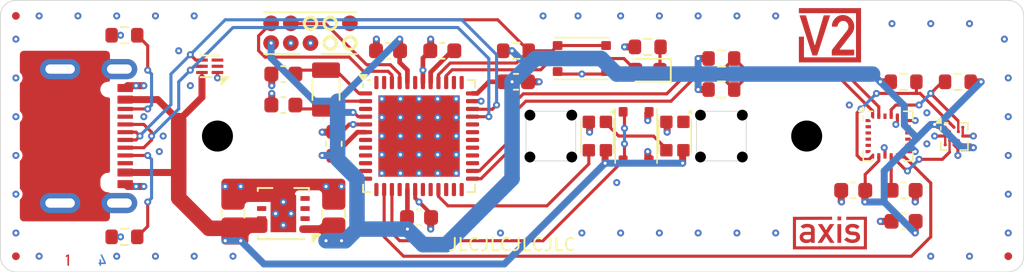
<source format=kicad_pcb>
(kicad_pcb (version 20241229) (generator "pcbnew") (generator_version "9.0")
  (title_block (date "2025-11-16") (rev "4"))
  (layers (0 "F.Cu" signal "Front") (4 "In1.Cu" power) (6 "In2.Cu" power) (2 "B.Cu" signal "Back") (13 "F.Paste" user) (5 "F.SilkS" user "F.Silkscreen") (1 "F.Mask" user) (3 "B.Mask" user) (25 "Edge.Cuts" user))
  (property "Order-Number" "JLCJLCJLCJLC")
  (net 0 "")
  (net 1 "GND")
  (net 2 "Net-(U104-VREG)")
  (net 3 "+3V3")
  (net 4 "/LED-onboard")
  (net 5 "Net-(D101-OUT)")
  (net 7 "Net-(D103-K)")
  (net 12 "USB-Shield")
  (net 17 "/Button-LED")
  (net 29 "/VDDCORE")
  (net 30 "/USB+")
  (net 33 "+5V")
  (net 34 "/XIN32")
  (net 35 "/USB-")
  (net 36 "/SWDIO")
  (net 37 "/XOUT32")
  (net 38 "/SWCLK")
  (net 41 "/USB-CC1")
  (net 42 "/RESET")
  (net 43 "/USB-CC2")
  (net 48 "/SDA")
  (net 56 "/SCK")
  (net 57 "/Aux-SDA")
  (net 58 "/Aux-SCK")
  (net 59 "/Button")
  (net 60 "/Interrupt")
  (net 61 "/MAG-Interrupt")
  (footprint "Resistor_SMD:R_0603_1608Metric" (layer "F.Cu") (at 125 112.75 180)
    (property "Reference" "R103" (hide yes))
    (property "Value" "5k1" (hide yes))
  )
  (footprint "V2_Button_Switch_SMD:SKSG" (layer "F.Cu") (at 158 106.25 -90)
    (property "Reference" "SW101" (hide yes))
    (property "Value" "SW_Push" (hide yes))
  )
  (footprint "Capacitor_SMD:C_0603_1608Metric" (layer "F.Cu") (at 175.25 109.75)
    (property "Reference" "C112" (hide yes))
    (property "Value" "0u47" (hide yes))
  )
  (footprint "V2_Mechanical:MountingHole_2mm" (layer "F.Cu") (at 169 106.25)
    (property "Reference" "H102" (hide yes))
    (property "Value" "MountingHole_2mm" (hide yes))
  )
  (footprint "Resistor_SMD:R_0603_1608Metric" (layer "F.Cu") (at 175.25 102.75)
    (property "Reference" "R108" (hide yes))
    (property "Value" "2k7" (hide yes))
  )
  (footprint "V2_Production:Layer_Numbers" (layer "F.Cu") (at 122.5 114.25)
    (property "Reference" "INFO101" (hide yes))
    (property "Value" "Layer_Numbers" (hide yes))
  )
  (footprint "V2_Connector_USB:JAE_DX07S016JA3" (layer "F.Cu") (at 122 106.25 -90)
    (property "Reference" "J102" (hide yes))
    (property "Value" "JAE_DX07S016JA3" (hide yes))
  )
  (footprint "V2_Fiducial:Fiducial_0.5mm_Mask1mm_Paste" (layer "F.Cu") (at 182 114)
    (property "Reference" "FID103" (hide yes))
    (property "Value" "Fiducial" (hide yes))
  )
  (footprint "V2_Package_SON:VSON-8-1_3x3mm_P0.65_EP1.65x2.4mm" (layer "F.Cu") (at 135.25 111.25 180)
    (property "Reference" "U101" (hide yes))
    (property "Value" "TPS78433QWDRBRQ1" (hide yes))
  )
  (footprint "Capacitor_SMD:C_0603_1608Metric" (layer "F.Cu") (at 135.25 104.25 180)
    (property "Reference" "C109" (hide yes))
    (property "Value" "18p" (hide yes))
  )
  (footprint "V2_LED:WS2812-2020" (layer "F.Cu") (at 155.5 106.25 90)
    (property "Reference" "D101" (hide yes))
    (property "Value" "WS2812" (hide yes))
  )
  (footprint "Capacitor_SMD:C_0603_1608Metric" (layer "F.Cu") (at 172 109.75 180)
    (property "Reference" "C111" (hide yes))
    (property "Value" "0u1" (hide yes))
  )
  (footprint "Capacitor_SMD:C_0603_1608Metric" (layer "F.Cu") (at 175.25 111.75 180)
    (property "Reference" "C110" (hide yes))
    (property "Value" "10u" (hide yes))
  )
  (footprint "V2_Package_DFN_QFN:QFN-48-1EP_7x7mm_P0.5mm_EP5.45x5.45mm_ThermalVias" (layer "F.Cu") (at 144 106.25)
    (property "Reference" "U102" (hide yes))
    (property "Value" "ATSAMD51G" (hide yes))
  )
  (footprint "Capacitor_SMD:C_0603_1608Metric" (layer "F.Cu") (at 138.5 106.75 90)
    (property "Reference" "C105" (hide yes))
    (property "Value" "0u1" (hide yes))
  )
  (footprint "V2_Fiducial:Fiducial_0.5mm_Mask1mm_Paste" (layer "F.Cu") (at 118 114)
    (property "Reference" "FID101" (hide yes))
    (property "Value" "Fiducial" (hide yes))
  )
  (footprint "Resistor_SMD:R_0603_1608Metric" (layer "F.Cu") (at 125 99.75 180)
    (property "Reference" "R102" (hide yes))
    (property "Value" "5k1" (hide yes))
  )
  (footprint "V2_Cortex_Debug:Cortex_Debug_Pad" (layer "F.Cu") (at 137 100.25 180)
    (property "Reference" "J101" (hide yes))
    (property "Value" "CORTEX-DEBUG" (hide yes))
  )
  (footprint "V2_Mechanical:MountingHole_2mm" (layer "F.Cu") (at 131 106.25)
    (property "Reference" "H101" (hide yes))
    (property "Value" "MountingHole_2mm" (hide yes))
  )
  (footprint "Capacitor_SMD:C_0603_1608Metric" (layer "F.Cu") (at 150.25 102.75)
    (property "Reference" "C102" (hide yes))
    (property "Value" "0u1" (hide yes))
  )
  (footprint "V2_Production:Order_Number" (layer "F.Cu") (at 150 113.25)
    (property "Reference" "INFO102" (hide yes))
    (property "Value" "ORDER-NUMBER" (hide yes))
  )
  (footprint "V2_Artwork:Logo_Small" (layer "F.Cu") (at 170.5 99.75)
    (property "Reference" "ICON101" (hide yes))
    (property "Value" "V2-logo" (hide yes))
  )
  (footprint "Capacitor_SMD:C_0603_1608Metric" (layer "F.Cu") (at 144 111.5)
    (property "Reference" "C104" (hide yes))
    (property "Value" "0u1" (hide yes))
  )
  (footprint "V2_Button_Switch_SMD:SKSG" (layer "F.Cu") (at 154.5 101.25 180)
    (property "Reference" "SW102" (hide yes))
    (property "Value" "SW_Push" (hide yes))
  )
  (footprint "Capacitor_SMD:C_0603_1608Metric" (layer "F.Cu") (at 135.25 102.25 180)
    (property "Reference" "C108" (hide yes))
    (property "Value" "18p" (hide yes))
  )
  (footprint "Capacitor_SMD:C_0805_2012Metric" (layer "F.Cu") (at 138.5 111.25 90)
    (property "Reference" "C107" (hide yes))
    (property "Value" "10u" (hide yes))
  )
  (footprint "Resistor_SMD:R_0603_1608Metric" (layer "F.Cu") (at 150.25 100.75)
    (property "Reference" "R104" (hide yes))
    (property "Value" "100k" (hide yes))
  )
  (footprint "V2_Package_CSP:WLCSP-1.56x1.56" (layer "F.Cu") (at 178.5 106.25)
    (property "Reference" "U103" (hide yes))
    (property "Value" "BMM150" (hide yes))
  )
  (footprint "Capacitor_SMD:C_0603_1608Metric" (layer "F.Cu") (at 145.5 100.75 180)
    (property "Reference" "C101" (hide yes))
    (property "Value" "10u" (hide yes))
  )
  (footprint "Resistor_SMD:R_0603_1608Metric" (layer "F.Cu") (at 163.5 101.25)
    (property "Reference" "R106" (hide yes))
    (property "Value" "2k7" (hide yes))
  )
  (footprint "V2_Artwork:Board_axis_Small" (layer "F.Cu") (at 170.5 112.5)
    (property "Reference" "ICON102" (hide yes))
    (property "Value" "Board_axis" (hide yes))
  )
  (footprint "V2_LED:WS2812-2020" (layer "F.Cu") (at 160.5 106.25 90)
    (property "Reference" "D102" (hide yes))
    (property "Value" "WS2812" (hide yes))
  )
  (footprint "Resistor_SMD:R_0603_1608Metric" (layer "F.Cu") (at 158.75 100.5 180)
    (property "Reference" "R101" (hide yes))
    (property "Value" "330R" (hide yes))
  )
  (footprint "Resistor_SMD:R_0603_1608Metric" (layer "F.Cu") (at 178.75 102.75 180)
    (property "Reference" "R107" (hide yes))
    (property "Value" "2k7" (hide yes))
  )
  (footprint "Capacitor_SMD:C_0603_1608Metric" (layer "F.Cu") (at 142 100.75 180)
    (property "Reference" "C103" (hide yes))
    (property "Value" "0u1" (hide yes))
  )
  (footprint "V2_Crystal:Crystal_SMD_3215-2Pin_3.2x1.5mm" (layer "F.Cu") (at 138 103.25 90)
    (property "Reference" "Y101" (hide yes))
    (property "Value" "32k768" (hide yes))
  )
  (footprint "LED_SMD:LED_0603_1608Metric" (layer "F.Cu") (at 158.75 102 180)
    (property "Reference" "D103" (hide yes))
    (property "Value" "Orange" (hide yes))
  )
  (footprint "V2_PCB_Devices:PCB_Button-bottom" (layer "F.Cu") (at 158 106.25 90)
    (property "Reference" "SWB101" (hide yes))
    (property "Value" "Button-bottom" (hide yes))
    (fp_line (start 1.6 -7.1) (end -1.6 -7.1) (stroke (width 0.05)) (layer "Edge.Cuts"))
    (fp_line (start -1.6 -7.1) (end -1.6 -3.9) (stroke (width 0.05)) (layer "Edge.Cuts"))
    (fp_line (start 1.6 -3.9) (end 1.6 -7.1) (stroke (width 0.05)) (layer "Edge.Cuts"))
    (fp_line (start -1.6 -3.9) (end 1.6 -3.9) (stroke (width 0.05)) (layer "Edge.Cuts"))
    (fp_line (start 1.6 3.9) (end -1.6 3.9) (stroke (width 0.05)) (layer "Edge.Cuts"))
    (fp_line (start -1.6 3.9) (end -1.6 7.1) (stroke (width 0.05)) (layer "Edge.Cuts"))
    (fp_line (start 1.6 7.1) (end 1.6 3.9) (stroke (width 0.05)) (layer "Edge.Cuts"))
    (fp_line (start -1.6 7.1) (end 1.6 7.1) (stroke (width 0.05)) (layer "Edge.Cuts"))
  )
  (footprint "V2_Package_LGA:LGA24-3x3" (layer "F.Cu") (at 174.25 106.25)
    (property "Reference" "U104" (hide yes))
    (property "Value" "BHI160" (hide yes))
  )
  (footprint "V2_ESD_Suppressor:SLP1210N6" (layer "F.Cu") (at 130.5 101.75 180)
    (property "Reference" "ESD101" (hide yes))
    (property "Value" "RCLAMP0582N" (hide yes))
  )
  (footprint "Resistor_SMD:R_0603_1608Metric" (layer "F.Cu") (at 163.5 103.25)
    (property "Reference" "R105" (hide yes))
    (property "Value" "2k7" (hide yes))
  )
  (footprint "V2_Fiducial:Fiducial_0.5mm_Mask1mm_Paste" (layer "F.Cu") (at 118 98.5)
    (property "Reference" "FID102" (hide yes))
    (property "Value" "Fiducial" (hide yes))
  )
  (footprint "Capacitor_SMD:C_0805_2012Metric" (layer "F.Cu") (at 132 111.25 90)
    (property "Reference" "C106" (hide yes))
    (property "Value" "10u" (hide yes))
  )
  (gr_line (start 117 98.5) (end 117 114) (stroke (width 0.05)) (layer "Edge.Cuts"))
  (gr_line (start 118 97.5) (end 182 97.5) (stroke (width 0.05)) (layer "Edge.Cuts"))
  (gr_line (start 183 98.5) (end 183 114) (stroke (width 0.05)) (layer "Edge.Cuts"))
  (gr_arc (start 118 115) (mid 117.292893 114.707107) (end 117 114) (stroke (width 0.05)) (layer "Edge.Cuts"))
  (gr_arc (start 183 114) (mid 182.707107 114.707107) (end 182 115) (stroke (width 0.05)) (layer "Edge.Cuts"))
  (gr_arc (start 117 98.5) (mid 117.292893 97.792893) (end 118 97.5) (stroke (width 0.05)) (layer "Edge.Cuts"))
  (gr_arc (start 182 97.5) (mid 182.707107 97.792893) (end 183 98.5) (stroke (width 0.05)) (layer "Edge.Cuts"))
  (gr_line (start 118 115) (end 182 115) (stroke (width 0.05)) (layer "Edge.Cuts"))
  (segment (start 174.85 105.4) (end 174.85 104.97) (width 0.2) (layer "F.Cu") (net 1))
  (segment (start 157.25 100.498723) (end 157.923723 100.498723) (width 0.45) (layer "F.Cu") (net 1))
  (segment (start 160 106) (end 160 105.385) (width 0.45) (layer "F.Cu") (net 1))
  (segment (start 126.25 103) (end 125.75 103) (width 0.45) (layer "F.Cu") (net 1))
  (segment (start 179.066 106.25) (end 179.066 105.684) (width 0.15) (layer "F.Cu") (net 1))
  (segment (start 155.9 102.25) (end 154.5 102.25) (width 0.2) (layer "F.Cu") (net 1))
  (segment (start 176.008976 110.491024) (end 176.008976 109.733976) (width 0.45) (layer "F.Cu") (net 1))
  (segment (start 174.75 105.5) (end 174.85 105.4) (width 0.2) (layer "F.Cu") (net 1))
  (segment (start 144.75 100) (end 144.75 100.725) (width 0.45) (layer "F.Cu") (net 1))
  (segment (start 153.1 102.25) (end 154.5 102.25) (width 0.2) (layer "F.Cu") (net 1))
  (segment (start 125.75 109.5) (end 125.2 109.5) (width 0.45) (layer "F.Cu") (net 1))
  (segment (start 178.75 107.066) (end 178.5 106.816) (width 0.2) (layer "F.Cu") (net 1))
  (segment (start 179.066 106.25) (end 179.745608 106.25) (width 0.2) (layer "F.Cu") (net 1))
  (segment (start 144.25 102.8) (end 144.25 101.225) (width 0.3) (layer "F.Cu") (net 1))
  (segment (start 139.024058 105.975) (end 139.499058 105.5) (width 0.25) (layer "F.Cu") (net 1))
  (segment (start 173.762417 111.762417) (end 173.75 111.75) (width 0.45) (layer "F.Cu") (net 1))
  (segment (start 158.75 104.775) (end 158.8375 104.6875) (width 0.45) (layer "F.Cu") (net 1))
  (segment (start 139.499058 105.5) (end 140.55 105.5) (width 0.25) (layer "F.Cu") (net 1))
  (segment (start 144.25 101.225) (end 144.725 100.75) (width 0.3) (layer "F.Cu") (net 1))
  (segment (start 141.25 100.725) (end 141.225 100.75) (width 0.45) (layer "F.Cu") (net 1))
  (segment (start 134.5 103.5) (end 134.5 104.225) (width 0.45) (layer "F.Cu") (net 1))
  (segment (start 155 105.385) (end 154.95 105.335) (width 0.45) (layer "F.Cu") (net 1))
  (segment (start 158.75 107.725) (end 158.8375 107.8125) (width 0.45) (layer "F.Cu") (net 1))
  (segment (start 141.25 100) (end 141.25 100.725) (width 0.45) (layer "F.Cu") (net 1))
  (segment (start 124.793702 99.75) (end 124.175 99.75) (width 0.2) (layer "F.Cu") (net 1))
  (segment (start 144.775 111.275) (end 144.775 111.5) (width 0.25) (layer "F.Cu") (net 1))
  (segment (start 125.75 109.5) (end 126.25 109.5) (width 0.45) (layer "F.Cu") (net 1))
  (segment (start 143.75 110.25) (end 144.775 111.275) (width 0.25) (layer "F.Cu") (net 1))
  (segment (start 174.05 107) (end 174.05 107.53) (width 0.2) (layer "F.Cu") (net 1))
  (segment (start 155 106) (end 155 105.385) (width 0.45) (layer "F.Cu") (net 1))
  (segment (start 177.310272 106.25) (end 177.934 106.25) (width 0.2) (layer "F.Cu") (net 1))
  (segment (start 125.75 103) (end 125.2 103) (width 0.45) (layer "F.Cu") (net 1))
  (segment (start 173.75 111.75) (end 174.475 111.75) (width 0.45) (layer "F.Cu") (net 1))
  (segment (start 143.75 109.7) (end 143.75 110.25) (width 0.25) (layer "F.Cu") (net 1))
  (segment (start 177.934 106.25) (end 177.934 106.816) (width 0.15) (layer "F.Cu") (net 1))
  (segment (start 124.808043 112.75) (end 124.175 112.75) (width 0.2) (layer "F.Cu") (net 1))
  (segment (start 177.293864 106.266408) (end 177.310272 106.25) (width 0.2) (layer "F.Cu") (net 1))
  (segment (start 144.75 112.25) (end 144.75 111.525) (width 0.45) (layer "F.Cu") (net 1))
  (segment (start 160 105.385) (end 159.95 105.335) (width 0.45) (layer "F.Cu") (net 1))
  (segment (start 156.0625 102.0875) (end 155.9 102.25) (width 0.2) (layer "F.Cu") (net 1))
  (segment (start 176.008976 109.733976) (end 176.025 109.75) (width 0.2) (layer "F.Cu") (net 1))
  (segment (start 171.25 110.5) (end 171.225 110.475) (width 0.45) (layer "F.Cu") (net 1))
  (segment (start 144.75 100.775) (end 144.725 100.75) (width 0.3) (layer "F.Cu") (net 1))
  (segment (start 138.5 105.975) (end 139.024058 105.975) (width 0.25) (layer "F.Cu") (net 1))
  (segment (start 179.745608 106.25) (end 179.753313 106.242295) (width 0.2) (layer "F.Cu") (net 1))
  (segment (start 134.5 102.275) (end 134.475 102.25) (width 0.45) (layer "F.Cu") (net 1))
  (segment (start 138.475 106) (end 138.5 105.975) (width 0.45) (layer "F.Cu") (net 1))
  (segment (start 176 110.5) (end 176.008976 110.491024) (width 0.45) (layer "F.Cu") (net 1))
  (segment (start 158.75 105.25) (end 158.75 104.775) (width 0.45) (layer "F.Cu") (net 1))
  (segment (start 148 104) (end 147.45 104) (width 0.25) (layer "F.Cu") (net 1))
  (segment (start 125.2 103) (end 125.05 103.15) (width 0.45) (layer "F.Cu") (net 1))
  (segment (start 152.9375 102.0875) (end 153.1 102.25) (width 0.2) (layer "F.Cu") (net 1))
  (segment (start 144.75 111.525) (end 144.775 111.5) (width 0.45) (layer "F.Cu") (net 1))
  (segment (start 171.225 110.475) (end 171.225 109.75) (width 0.45) (layer "F.Cu") (net 1))
  (segment (start 175.53 105.25) (end 176 105.25) (width 0.2) (layer "F.Cu") (net 1))
  (segment (start 131 102.477716) (end 130.997161 102.480555) (width 0.2) (layer "F.Cu") (net 1))
  (segment (start 125.2 109.5) (end 125.05 109.35) (width 0.45) (layer "F.Cu") (net 1))
  (segment (start 173.840928 111.762417) (end 173.762417 111.762417) (width 0.45) (layer "F.Cu") (net 1))
  (segment (start 151.620986 102.75) (end 151.025 102.75) (width 0.45) (layer "F.Cu") (net 1))
  (segment (start 144.75 100.725) (end 144.725 100.75) (width 0.45) (layer "F.Cu") (net 1))
  (segment (start 124.810901 99.732801) (end 124.793702 99.75) (width 0.2) (layer "F.Cu") (net 1))
  (segment (start 134.5 103) (end 134.5 102.275) (width 0.45) (layer "F.Cu") (net 1))
  (segment (start 151.630323 102.759337) (end 151.620986 102.75) (width 0.45) (layer "F.Cu") (net 1))
  (segment (start 124.810901 112.747142) (end 124.808043 112.75) (width 0.2) (layer "F.Cu") (net 1))
  (segment (start 178.75 107.5) (end 178.75 107.066) (width 0.2) (layer "F.Cu") (net 1))
  (segment (start 134.5 104.225) (end 134.475 104.25) (width 0.45) (layer "F.Cu") (net 1))
  (segment (start 157.923723 100.498723) (end 157.925 100.5) (width 0.2) (layer "F.Cu") (net 1))
  (segment (start 131 102.15) (end 131 102.477716) (width 0.2) (layer "F.Cu") (net 1))
  (segment (start 137.75 106) (end 138.475 106) (width 0.45) (layer "F.Cu") (net 1))
  (segment (start 158.75 107.25) (end 158.75 107.725) (width 0.45) (layer "F.Cu") (net 1))
  (segment (start 134.474072 104.249072) (end 134.475 104.25) (width 0.45) (layer "F.Cu") (net 1))
  (via (at 128.5 100.75) (size 0.45) (drill 0.2) (layers "F.Cu" "B.Cu") (net 1))
  (via (at 126.25 105) (size 0.45) (drill 0.2) (layers "F.Cu" "B.Cu") (net 1))
  (via (at 181.75 100) (size 0.45) (drill 0.2) (layers "F.Cu" "B.Cu") (net 1))
  (via (at 124.5 114) (size 0.45) (drill 0.2) (layers "F.Cu" "B.Cu") (net 1))
  (via (at 182 107.5) (size 0.45) (drill 0.2) (layers "F.Cu" "B.Cu") (net 1))
  (via (at 124.75 99.75) (size 0.45) (drill 0.2) (layers "F.Cu" "B.Cu") (net 1))
  (via (at 125.75 109.5) (size 0.45) (drill 0.2) (layers "F.Cu" "B.Cu") (net 1))
  (via (at 156.75 109.25) (size 0.45) (drill 0.2) (layers "F.Cu" "B.Cu") (net 1))
  (via (at 159.5 98.5) (size 0.45) (drill 0.2) (layers "F.Cu" "B.Cu") (net 1))
  (via (at 118 110) (size 0.45) (drill 0.2) (layers "F.Cu" "B.Cu") (net 1))
  (via (at 124.75 112.75) (size 0.45) (drill 0.2) (layers "F.Cu" "B.Cu") (net 1))
  (via (at 129.5 114) (size 0.45) (drill 0.2) (layers "F.Cu" "B.Cu") (net 1))
  (via (at 148 104) (size 0.45) (drill 0.2) (layers "F.Cu" "B.Cu") (net 1))
  (via (at 126.25 103) (size 0.45) (drill 0.2) (layers "F.Cu" "B.Cu") (net 1))
  (via (at 167 98.5) (size 0.45) (drill 0.2) (layers "F.Cu" "B.Cu") (net 1))
  (via (at 131 102.5) (size 0.45) (drill 0.2) (layers "F.Cu" "B.Cu") (net 1))
  (via (at 118 112.5) (size 0.45) (drill 0.2) (layers "F.Cu" "B.Cu") (net 1))
  (via (at 155 106) (size 0.45) (drill 0.2) (layers "F.Cu" "B.Cu") (net 1))
  (via (at 174 107) (size 0.45) (drill 0.2) (layers "F.Cu" "B.Cu") (net 1))
  (via (at 129.5 98.5) (size 0.45) (drill 0.2) (layers "F.Cu" "B.Cu") (net 1))
  (via (at 131.5 109.5) (size 0.45) (drill 0.2) (layers "F.Cu" "B.Cu") (net 1))
  (via (at 139.75 105.5) (size 0.45) (drill 0.2) (layers "F.Cu" "B.Cu") (net 1))
  (via (at 164.5 112.5) (size 0.45) (drill 0.2) (layers "F.Cu" "B.Cu") (net 1))
  (via (at 162 98.5) (size 0.45) (drill 0.2) (layers "F.Cu" "B.Cu") (net 1))
  (via (at 157 98.5) (size 0.45) (drill 0.2) (layers "F.Cu" "B.Cu") (net 1))
  (via (at 138 109.5) (size 0.45) (drill 0.2) (layers "F.Cu" "B.Cu") (net 1))
  (via (at 162 112.5) (size 0.45) (drill 0.2) (layers "F.Cu" "B.Cu") (net 1))
  (via (at 171.75 104.25) (size 0.45) (drill 0.2) (layers "F.Cu" "B.Cu") (net 1))
  (via (at 124.5 98.5) (size 0.45) (drill 0.2) (layers "F.Cu" "B.Cu") (net 1))
  (via (at 137.75 106) (size 0.45) (drill 0.2) (layers "F.Cu" "B.Cu") (net 1))
  (via (at 176 105.25) (size 0.45) (drill 0.2) (layers "F.Cu" "B.Cu") (net 1))
  (via (at 118 100) (size 0.45) (drill 0.2) (layers "F.Cu" "B.Cu") (net 1))
  (via (at 179.5 99) (size 0.45) (drill 0.2) (layers "F.Cu" "B.Cu") (net 1))
  (via (at 182 102.5) (size 0.45) (drill 0.2) (layers "F.Cu" "B.Cu") (net 1))
  (via (at 154.5 102.25) (size 0.45) (drill 0.2) (layers "F.Cu" "B.Cu") (net 1))
  (via (at 135.73 100.25) (size 0.45) (drill 0.2) (layers "F.Cu" "B.Cu") (net 1))
  (via (at 173.75 111.75) (size 0.45) (drill 0.2) (layers "F.Cu" "B.Cu") (net 1))
  (via (at 122 98.5) (size 0.45) (drill 0.2) (layers "F.Cu" "B.Cu") (net 1))
  (via (at 174.75 105.5) (size 0.45) (drill 0.2) (layers "F.Cu" "B.Cu") (net 1))
  (via (at 144.75 100) (size 0.45) (drill 0.2) (layers "F.Cu" "B.Cu") (net 1))
  (via (at 149.25 112.5) (size 0.45) (drill 0.2) (layers "F.Cu" "B.Cu") (net 1))
  (via (at 177.25 106.25) (size 0.45) (drill 0.2) (layers "F.Cu" "B.Cu") (net 1))
  (via (at 129.25 103) (size 0.45) (drill 0.2) (layers "F.Cu" "B.Cu") (net 1))
  (via (at 154.25 98.5) (size 0.45) (drill 0.2) (layers "F.Cu" "B.Cu") (net 1))
  (via (at 118 102.5) (size 0.45) (drill 0.2) (layers "F.Cu" "B.Cu") (net 1))
  (via (at 182 112.5) (size 0.45) (drill 0.2) (layers "F.Cu" "B.Cu") (net 1))
  (via (at 126.25 109.5) (size 0.45) (drill 0.2) (layers "F.Cu" "B.Cu") (net 1))
  (via (at 171.25 110.5) (size 0.45) (drill 0.2) (layers "F.Cu" "B.Cu") (net 1))
  (via (at 157.25 100.5) (size 0.45) (drill 0.2) (layers "F.Cu" "B.Cu") (net 1))
  (via (at 127.25 107.25) (size 0.45) (drill 0.2) (layers "F.Cu" "B.Cu") (net 1))
  (via (at 176.75 106.75) (size 0.45) (drill 0.2) (layers "F.Cu" "B.Cu") (net 1))
  (via (at 127 114) (size 0.45) (drill 0.2) (layers "F.Cu" "B.Cu") (net 1))
  (via (at 127 98.5) (size 0.45) (drill 0.2) (layers "F.Cu" "B.Cu") (net 1))
  (via (at 132 114) (size 0.45) (drill 0.2) (layers "F.Cu" "B.Cu") (net 1))
  (via (at 154.5 112.5) (size 0.45) (drill 0.2) (layers "F.Cu" "B.Cu") (net 1))
  (via (at 118 105) (size 0.45) (drill 0.2) (layers "F.Cu" "B.Cu") (net 1))
  (via (at 144.75 112.25) (size 0.45) (drill 0.2) (layers "F.Cu" "B.Cu") (net 1))
  (via (at 182 105) (size 0.45) (drill 0.2) (layers "F.Cu" "B.Cu") (net 1))
  (via (at 157 112.5) (size 0.45) (drill 0.2) (layers "F.Cu" "B.Cu") (net 1))
  (via (at 182 110) (size 0.45) (drill 0.2) (layers "F.Cu" "B.Cu") (net 1))
  (via (at 176 110.5) (size 0.45) (drill 0.2) (layers "F.Cu" "B.Cu") (net 1))
  (via (at 177 99) (size 0.45) (drill 0.2) (layers "F.Cu" "B.Cu") (net 1))
  (via (at 132.5 109.5) (size 0.45) (drill 0.2) (layers "F.Cu" "B.Cu") (net 1))
  (via (at 125.75 103) (size 0.45) (drill 0.2) (layers "F.Cu" "B.Cu") (net 1))
  (via (at 119.5 98.5) (size 0.45) (drill 0.2) (layers "F.Cu" "B.Cu") (net 1))
  (via (at 141.25 100) (size 0.45) (drill 0.2) (layers "F.Cu" "B.Cu") (net 1))
  (via (at 160 106) (size 0.45) (drill 0.2) (layers "F.Cu" "B.Cu") (net 1))
  (via (at 179.5 114) (size 0.45) (drill 0.2) (layers "F.Cu" "B.Cu") (net 1))
  (via (at 119.5 114) (size 0.45) (drill 0.2) (layers "F.Cu" "B.Cu") (net 1))
  (via (at 159.5 112.5) (size 0.45) (drill 0.2) (layers "F.Cu" "B.Cu") (net 1))
  (via (at 127.5 106.25) (size 0.45) (drill 0.2) (layers "F.Cu" "B.Cu") (net 1))
  (via (at 167 112.5) (size 0.45) (drill 0.2) (layers "F.Cu" "B.Cu") (net 1))
  (via (at 139 109.5) (size 0.45) (drill 0.2) (layers "F.Cu" "B.Cu") (net 1))
  (via (at 144 110.5) (size 0.45) (drill 0.2) (layers "F.Cu" "B.Cu") (net 1))
  (via (at 177 114) (size 0.45) (drill 0.2) (layers "F.Cu" "B.Cu") (net 1))
  (via (at 118 107.5) (size 0.45) (drill 0.2) (layers "F.Cu" "B.Cu") (net 1))
  (via (at 151.75 102.75) (size 0.45) (drill 0.2) (layers "F.Cu" "B.Cu") (net 1))
  (via (at 179.75 106.25) (size 0.45) (drill 0.2) (layers "F.Cu" "B.Cu") (net 1))
  (via (at 176.75 104.75) (size 0.45) (drill 0.2) (layers "F.Cu" "B.Cu") (net 1))
  (via (at 137 100.25) (size 0.45) (drill 0.2) (layers "F.Cu" "B.Cu") (net 1))
  (via (at 144.25 102) (size 0.45) (drill 0.2) (layers "F.Cu" "B.Cu") (net 1))
  (via (at 158.75 105.25) (size 0.45) (drill 0.2) (layers "F.Cu" "B.Cu") (net 1))
  (via (at 174.5 99) (size 0.45) (drill 0.2) (layers "F.Cu" "B.Cu") (net 1))
  (via (at 134.5 103) (size 0.45) (drill 0.2) (layers "F.Cu" "B.Cu") (net 1))
  (via (at 134.5 103.5) (size 0.45) (drill 0.2) (layers "F.Cu" "B.Cu") (net 1))
  (via (at 152 98.5) (size 0.45) (drill 0.2) (layers "F.Cu" "B.Cu") (net 1))
  (via (at 164.5 98.5) (size 0.45) (drill 0.2) (layers "F.Cu" "B.Cu") (net 1))
  (via (at 178.75 107.5) (size 0.45) (drill 0.2) (layers "F.Cu" "B.Cu") (net 1))
  (via (at 158.75 107.25) (size 0.45) (drill 0.2) (layers "F.Cu" "B.Cu") (net 1))
  (segment (start 174.475 109.75) (end 174.45 109.725) (width 0.2) (layer "F.Cu") (net 2))
  (segment (start 174.45 109.725) (end 174.45 107.53) (width 0.2) (layer "F.Cu") (net 2))
  (segment (start 137.75 107.5) (end 138.475 107.5) (width 0.45) (layer "F.Cu") (net 3))
  (segment (start 172.775 109.75) (end 172.775 108.725) (width 0.2) (layer "F.Cu") (net 3))
  (segment (start 139.799405 104.72506) (end 140.074345 105) (width 0.2) (layer "F.Cu") (net 3))
  (segment (start 140.074345 105) (end 140.55 105) (width 0.2) (layer "F.Cu") (net 3))
  (segment (start 148.5 102.75) (end 149.475 102.75) (width 0.3) (layer "F.Cu") (net 3))
  (segment (start 140.025 106) (end 138.5 107.525) (width 0.3) (layer "F.Cu") (net 3))
  (segment (start 142.75 100.775) (end 142.775 100.75) (width 0.3) (layer "F.Cu") (net 3))
  (segment (start 139.701991 104.72506) (end 139.799405 104.72506) (width 0.2) (layer "F.Cu") (net 3))
  (segment (start 179.070075 106.820075) (end 179.066 106.816) (width 0.2) (layer "F.Cu") (net 3))
  (segment (start 175.531333 107.251333) (end 175.53 107.25) (width 0.15) (layer "F.Cu") (net 3))
  (segment (start 150 100.75) (end 149.425 100.75) (width 0.45) (layer "F.Cu") (net 3))
  (segment (start 147.75 103.5) (end 148.5 102.75) (width 0.3) (layer "F.Cu") (net 3))
  (segment (start 142.75 100) (end 142.75 100.725) (width 0.45) (layer "F.Cu") (net 3))
  (segment (start 143.25 111.475) (end 143.225 111.5) (width 0.3) (layer "F.Cu") (net 3))
  (segment (start 174.425 102.75) (end 173.75 102.75) (width 0.45) (layer "F.Cu") (net 3))
  (segment (start 177.934 105.684) (end 178.217 105.967) (width 0.15) (layer "F.Cu") (net 3))
  (segment (start 173.65 107.85) (end 173.65 107.53) (width 0.2) (layer "F.Cu") (net 3))
  (segment (start 140.55 106) (end 140.025 106) (width 0.3) (layer "F.Cu") (net 3))
  (segment (start 179.75 107) (end 179.570075 106.820075) (width 0.2) (layer "F.Cu") (net 3))
  (segment (start 177.434 105.684) (end 177.25 105.5) (width 0.2) (layer "F.Cu") (net 3))
  (segment (start 143.25 102.8) (end 143.25 102) (width 0.3) (layer "F.Cu") (net 3))
  (segment (start 147.45 103.5) (end 147.75 103.5) (width 0.3) (layer "F.Cu") (net 3))
  (segment (start 150 102.75) (end 149.475 102.75) (width 0.45) (layer "F.Cu") (net 3))
  (segment (start 172.75 109.775) (end 172.775 109.75) (width 0.45) (layer "F.Cu") (net 3))
  (segment (start 142.75 101.5) (end 142.75 100.775) (width 0.3) (layer "F.Cu") (net 3))
  (segment (start 143.25 102) (end 142.75 101.5) (width 0.3) (layer "F.Cu") (net 3))
  (segment (start 143.25 109.7) (end 143.25 111.475) (width 0.3) (layer "F.Cu") (net 3))
  (segment (start 162 101.25) (end 162.675 101.25) (width 0.45) (layer "F.Cu") (net 3))
  (segment (start 142.75 100.725) (end 142.775 100.75) (width 0.45) (layer "F.Cu") (net 3))
  (segment (start 143.25 112.25) (end 143.25 111.525) (width 0.45) (layer "F.Cu") (net 3))
  (segment (start 162 103.25) (end 162.675 103.25) (width 0.45) (layer "F.Cu") (net 3))
  (segment (start 143.25 111.525) (end 143.225 111.5) (width 0.45) (layer "F.Cu") (net 3))
  (segment (start 176 111.775) (end 176.025 111.75) (width 0.45) (layer "F.Cu") (net 3))
  (segment (start 180.25 102.75) (end 179.575 102.75) (width 0.45) (layer "F.Cu") (net 3))
  (segment (start 179.570075 106.820075) (end 179.070075 106.820075) (width 0.2) (layer "F.Cu") (net 3))
  (segment (start 150.066977 100.759581) (end 150.057396 100.75) (width 0.2) (layer "F.Cu") (net 3))
  (segment (start 172.75 110.5) (end 172.75 109.775) (width 0.45) (layer "F.Cu") (net 3))
  (segment (start 138.475 107.5) (end 138.5 107.525) (width 0.45) (layer "F.Cu") (net 3))
  (segment (start 176 112.5) (end 176 111.775) (width 0.45) (layer "F.Cu") (net 3))
  (segment (start 176 107.251333) (end 175.531333 107.251333) (width 0.2) (layer "F.Cu") (net 3))
  (segment (start 177.934 105.684) (end 177.434 105.684) (width 0.2) (layer "F.Cu") (net 3))
  (segment (start 172.775 108.725) (end 173.65 107.85) (width 0.2) (layer "F.Cu") (net 3))
  (via (at 134.46 100.25) (size 0.45) (drill 0.2) (layers "F.Cu" "B.Cu") (net 3))
  (via (at 162 103.25) (size 0.45) (drill 0.2) (layers "F.Cu" "B.Cu") (net 3))
  (via (at 173.75 102.75) (size 0.45) (drill 0.2) (layers "F.Cu" "B.Cu") (net 3))
  (via (at 150 100.75) (size 0.45) (drill 0.2) (layers "F.Cu" "B.Cu") (net 3))
  (via (at 176 107.25) (size 0.45) (drill 0.2) (layers "F.Cu" "B.Cu") (net 3))
  (via (at 138 113) (size 0.45) (drill 0.2) (layers "F.Cu" "B.Cu") (net 3))
  (via (at 139 113) (size 0.45) (drill 0.2) (layers "F.Cu" "B.Cu") (net 3))
  (via (at 137.75 107.5) (size 0.45) (drill 0.2) (layers "F.Cu" "B.Cu") (net 3))
  (via (at 139.75 104.72506) (size 0.45) (drill 0.2) (layers "F.Cu" "B.Cu") (net 3))
  (via (at 162 101.25) (size 0.45) (drill 0.2) (layers "F.Cu" "B.Cu") (net 3))
  (via (at 176 112.5) (size 0.45) (drill 0.2) (layers "F.Cu" "B.Cu") (net 3))
  (via (at 177.25 105.5) (size 0.45) (drill 0.2) (layers "F.Cu" "B.Cu") (net 3))
  (via (at 180.25 102.75) (size 0.45) (drill 0.2) (layers "F.Cu" "B.Cu") (net 3))
  (via (at 142.75 100) (size 0.45) (drill 0.2) (layers "F.Cu" "B.Cu") (net 3))
  (via (at 179.75 107) (size 0.45) (drill 0.2) (layers "F.Cu" "B.Cu") (net 3))
  (via (at 172.75 110.5) (size 0.45) (drill 0.2) (layers "F.Cu" "B.Cu") (net 3))
  (via (at 150 102.75) (size 0.45) (drill 0.2) (layers "F.Cu" "B.Cu") (net 3))
  (via (at 143.25 112.25) (size 0.45) (drill 0.2) (layers "F.Cu" "B.Cu") (net 3))
  (segment (start 145.75 113.25) (end 150 109) (width 1) (layer "B.Cu") (net 3))
  (segment (start 174 110.5) (end 174 108.5) (width 0.45) (layer "B.Cu") (net 3))
  (segment (start 140 112.25) (end 140 109) (width 1) (layer "B.Cu") (net 3))
  (segment (start 138.75 107.5) (end 138.75 104.75) (width 1) (layer "B.Cu") (net 3))
  (segment (start 143.25 112.25) (end 144.25 113.25) (width 1) (layer "B.Cu") (net 3))
  (segment (start 174 110.5) (end 172.75 110.5) (width 0.45) (layer "B.Cu") (net 3))
  (segment (start 173.75 102.75) (end 175.3 104.3) (width 0.45) (layer "B.Cu") (net 3))
  (segment (start 156.75 102.25) (end 155.75 101.25) (width 1) (layer "B.Cu") (net 3))
  (segment (start 162 103.25) (end 162 102.25) (width 0.45) (layer "B.Cu") (net 3))
  (segment (start 138.75 104) (end 142.75 100) (width 0.45) (layer "B.Cu") (net 3))
  (segment (start 150 100.75) (end 151 101.75) (width 0.45) (layer "B.Cu") (net 3))
  (segment (start 150 109) (end 150 102.75) (width 1) (layer "B.Cu") (net 3))
  (segment (start 176.125 106.375) (end 177 105.5) (width 0.45) (layer "B.Cu") (net 3))
  (segment (start 137.75 107.5) (end 138.75 107.5) (width 0.45) (layer "B.Cu") (net 3))
  (segment (start 143.25 112.25) (end 140 112.25) (width 1) (layer "B.Cu") (net 3))
  (segment (start 139 113) (end 139.25 113) (width 1) (layer "B.Cu") (net 3))
  (segment (start 140 109) (end 138.75 107.75) (width 1) (layer "B.Cu") (net 3))
  (segment (start 144.25 113.25) (end 145.75 113.25) (width 1) (layer "B.Cu") (net 3))
  (segment (start 177 105.5) (end 177.25 105.5) (width 0.45) (layer "B.Cu") (net 3))
  (segment (start 138.75 107.75) (end 138.75 107.5) (width 0.45) (layer "B.Cu") (net 3))
  (segment (start 177.25 105.5) (end 177.5 105.5) (width 0.45) (layer "B.Cu") (net 3))
  (segment (start 155.75 101.25) (end 151.5 101.25) (width 1) (layer "B.Cu") (net 3))
  (segment (start 176 112.5) (end 174 110.5) (width 0.45) (layer "B.Cu") (net 3))
  (segment (start 138.77494 104.72506) (end 138.75 104.75) (width 0.45) (layer "B.Cu") (net 3))
  (segment (start 138.75 104.75) (end 138.75 104) (width 1) (layer "B.Cu") (net 3))
  (segment (start 138.75 104) (end 137.25 104) (width 0.45) (layer "B.Cu") (net 3))
  (segment (start 179 107) (end 179.75 107) (width 0.45) (layer "B.Cu") (net 3))
  (segment (start 137.25 104) (end 134.46 101.21) (width 0.45) (layer "B.Cu") (net 3))
  (segment (start 175.625 106.875) (end 176.125 106.375) (width 0.45) (layer "B.Cu") (net 3))
  (segment (start 175.3 104.3) (end 175.3 105.55) (width 0.45) (layer "B.Cu") (net 3))
  (segment (start 139.75 104.72506) (end 138.77494 104.72506) (width 0.45) (layer "B.Cu") (net 3))
  (segment (start 162 102.25) (end 156.75 102.25) (width 1) (layer "B.Cu") (net 3))
  (segment (start 177.5 105.5) (end 180.25 102.75) (width 0.45) (layer "B.Cu") (net 3))
  (segment (start 139.25 113) (end 140 112.25) (width 1) (layer "B.Cu") (net 3))
  (segment (start 151 101.75) (end 150 102.75) (width 1) (layer "B.Cu") (net 3))
  (segment (start 162 101.25) (end 162 102.25) (width 0.45) (layer "B.Cu") (net 3))
  (segment (start 173.25 102.25) (end 162 102.25) (width 1) (layer "B.Cu") (net 3))
  (segment (start 134.46 101.21) (end 134.46 100.25) (width 0.45) (layer "B.Cu") (net 3))
  (segment (start 139 113) (end 138 113) (width 1) (layer "B.Cu") (net 3))
  (segment (start 173.75 102.75) (end 173.25 102.25) (width 0.45) (layer "B.Cu") (net 3))
  (segment (start 175.3 105.55) (end 176.125 106.375) (width 0.45) (layer "B.Cu") (net 3))
  (segment (start 151.5 101.25) (end 151 101.75) (width 1) (layer "B.Cu") (net 3))
  (segment (start 177.5 105.5) (end 179 107) (width 0.45) (layer "B.Cu") (net 3))
  (segment (start 176 107.25) (end 175.625 106.875) (width 0.45) (layer "B.Cu") (net 3))
  (segment (start 174 108.5) (end 175.625 106.875) (width 0.45) (layer "B.Cu") (net 3))
  (segment (start 151.85 101.975) (end 152.575 101.25) (width 0.2) (layer "F.Cu") (net 4))
  (segment (start 146.137348 101.975) (end 151.85 101.975) (width 0.2) (layer "F.Cu") (net 4))
  (segment (start 145.75 102.362348) (end 146.137348 101.975) (width 0.2) (layer "F.Cu") (net 4))
  (segment (start 152.575 101.25) (end 157.2125 101.25) (width 0.2) (layer "F.Cu") (net 4))
  (segment (start 145.75 102.8) (end 145.75 102.362348) (width 0.2) (layer "F.Cu") (net 4))
  (segment (start 157.2125 101.25) (end 157.9625 102) (width 0.2) (layer "F.Cu") (net 4))
  (segment (start 155.962651 105.335) (end 156.877651 106.25) (width 0.2) (layer "F.Cu") (net 5))
  (segment (start 156.877651 106.25) (end 159.122348 106.25) (width 0.2) (layer "F.Cu") (net 5))
  (segment (start 159.122348 106.25) (end 160.037348 107.165) (width 0.2) (layer "F.Cu") (net 5))
  (segment (start 159.5375 102) (end 159.5375 100.5375) (width 0.2) (layer "F.Cu") (net 7))
  (segment (start 159.5375 100.5375) (end 159.575 100.5) (width 0.2) (layer "F.Cu") (net 7))
  (segment (start 145.862348 110.75) (end 145.25 110.137652) (width 0.2) (layer "F.Cu") (net 17))
  (segment (start 152.25 110.75) (end 145.862348 110.75) (width 0.2) (layer "F.Cu") (net 17))
  (segment (start 154.95 108.05) (end 152.25 110.75) (width 0.2) (layer "F.Cu") (net 17))
  (segment (start 145.25 110.137652) (end 145.25 109.7) (width 0.2) (layer "F.Cu") (net 17))
  (segment (start 154.95 107.265) (end 154.95 108.05) (width 0.2) (layer "F.Cu") (net 17))
  (segment (start 154.85 107.165) (end 154.95 107.265) (width 0.2) (layer "F.Cu") (net 17))
  (segment (start 144.75 102.8) (end 144.75 102.1375) (width 0.3) (layer "F.Cu") (net 29))
  (segment (start 146.1375 100.75) (end 146.275 100.75) (width 0.3) (layer "F.Cu") (net 29))
  (segment (start 144.75 102.1375) (end 146.1375 100.75) (width 0.3) (layer "F.Cu") (net 29))
  (segment (start 149 104.25) (end 148.727907 104.522093) (width 0.2) (layer "F.Cu") (net 30))
  (segment (start 129.25 101) (end 129.6 101.35) (width 0.2) (layer "F.Cu") (net 30))
  (segment (start 125.05 106.5) (end 125.75 106.5) (width 0.2) (layer "F.Cu") (net 30))
  (segment (start 125.75 106.5) (end 126 106.25) (width 0.2) (layer "F.Cu") (net 30))
  (segment (start 147.472093 104.522093) (end 147.45 104.5) (width 0.2) (layer "F.Cu") (net 30))
  (segment (start 129.6 101.35) (end 130 101.35) (width 0.2) (layer "F.Cu") (net 30))
  (segment (start 125.75 106) (end 126 106.25) (width 0.2) (layer "F.Cu") (net 30))
  (segment (start 148.727907 104.522093) (end 147.472093 104.522093) (width 0.2) (layer "F.Cu") (net 30))
  (segment (start 125.05 106) (end 125.75 106) (width 0.2) (layer "F.Cu") (net 30))
  (via (at 129.25 101) (size 0.45) (drill 0.2) (layers "F.Cu" "B.Cu") (net 30))
  (via (at 149 104.25) (size 0.45) (drill 0.2) (layers "F.Cu" "B.Cu") (net 30))
  (via (at 126 106.25) (size 0.45) (drill 0.2) (layers "F.Cu" "B.Cu") (net 30))
  (segment (start 128 102.25) (end 128 104.222182) (width 0.2) (layer "B.Cu") (net 30))
  (segment (start 128 104.222182) (end 126 106.222182) (width 0.2) (layer "B.Cu") (net 30))
  (segment (start 126 106.222182) (end 126 106.25) (width 0.2) (layer "B.Cu") (net 30))
  (segment (start 149 104.25) (end 149 101) (width 0.2) (layer "B.Cu") (net 30))
  (segment (start 146.75 98.75) (end 131.5 98.75) (width 0.2) (layer "B.Cu") (net 30))
  (segment (start 131.5 98.75) (end 129.25 101) (width 0.2) (layer "B.Cu") (net 30))
  (segment (start 129.25 101) (end 128 102.25) (width 0.2) (layer "B.Cu") (net 30))
  (segment (start 149 101) (end 146.75 98.75) (width 0.2) (layer "B.Cu") (net 30))
  (segment (start 130 103.75) (end 128.5 105.25) (width 0.45) (layer "F.Cu") (net 33))
  (segment (start 127.15 103.9) (end 128.5 105.25) (width 0.45) (layer "F.Cu") (net 33))
  (segment (start 125.05 103.9) (end 127.15 103.9) (width 0.45) (layer "F.Cu") (net 33))
  (segment (start 128.5 108.5) (end 128.5 110.25) (width 1) (layer "F.Cu") (net 33))
  (segment (start 130 102.5) (end 130 103.75) (width 0.45) (layer "F.Cu") (net 33))
  (segment (start 130 102.15) (end 130 102.484733) (width 0.2) (layer "F.Cu") (net 33))
  (segment (start 161 107.315) (end 161.15 107.165) (width 0.45) (layer "F.Cu") (net 33))
  (segment (start 130 102.484733) (end 129.999516 102.485217) (width 0.2) (layer "F.Cu") (net 33))
  (segment (start 128.5 105.25) (end 128.5 108.5) (width 1) (layer "F.Cu") (net 33))
  (segment (start 125.05 108.6) (end 128.4 108.6) (width 0.45) (layer "F.Cu") (net 33))
  (segment (start 128.4 108.6) (end 128.5 108.5) (width 0.45) (layer "F.Cu") (net 33))
  (segment (start 161 108) (end 161 107.315) (width 0.45) (layer "F.Cu") (net 33))
  (segment (start 128.5 110.25) (end 130.45 112.2) (width 1) (layer "F.Cu") (net 33))
  (segment (start 156 108) (end 156 107.215) (width 0.45) (layer "F.Cu") (net 33))
  (segment (start 156 107.215) (end 155.95 107.165) (width 0.45) (layer "F.Cu") (net 33))
  (segment (start 130.45 112.2) (end 132 112.2) (width 1) (layer "F.Cu") (net 33))
  (via (at 132.5 113) (size 0.45) (drill 0.2) (layers "F.Cu" "B.Cu") (net 33))
  (via (at 156 108) (size 0.45) (drill 0.2) (layers "F.Cu" "B.Cu") (net 33))
  (via (at 131.5 113) (size 0.45) (drill 0.2) (layers "F.Cu" "B.Cu") (net 33))
  (via (at 161 108) (size 0.45) (drill 0.2) (layers "F.Cu" "B.Cu") (net 33))
  (segment (start 161 108) (end 156 108) (width 0.45) (layer "B.Cu") (net 33))
  (segment (start 156 108) (end 149.5 114.5) (width 0.45) (layer "B.Cu") (net 33))
  (segment (start 132.5 113) (end 131.5 113) (width 0.45) (layer "B.Cu") (net 33))
  (segment (start 149.5 114.5) (end 134 114.5) (width 0.45) (layer "B.Cu") (net 33))
  (segment (start 134 114.5) (end 132.5 113) (width 0.45) (layer "B.Cu") (net 33))
  (segment (start 136.3 102) (end 138 102) (width 0.2) (layer "F.Cu") (net 34))
  (segment (start 140.127708 103.5) (end 138.627708 102) (width 0.2) (layer "F.Cu") (net 34))
  (segment (start 138.627708 102) (end 138 102) (width 0.2) (layer "F.Cu") (net 34))
  (segment (start 136.05 102.25) (end 136.3 102) (width 0.2) (layer "F.Cu") (net 34))
  (segment (start 140.55 103.5) (end 140.127708 103.5) (width 0.2) (layer "F.Cu") (net 34))
  (segment (start 126.75 106.5) (end 126.25 107) (width 0.2) (layer "F.Cu") (net 35))
  (segment (start 126.25 107) (end 125.05 107) (width 0.2) (layer "F.Cu") (net 35))
  (segment (start 126.75 106) (end 126.25 105.5) (width 0.2) (layer "F.Cu") (net 35))
  (segment (start 129.5 101.75) (end 130 101.75) (width 0.2) (layer "F.Cu") (net 35))
  (segment (start 126.75 106.25) (end 126.75 106) (width 0.2) (layer "F.Cu") (net 35))
  (segment (start 148.5 105) (end 147.45 105) (width 0.2) (layer "F.Cu") (net 35))
  (segment (start 126.75 106.25) (end 126.75 106.5) (width 0.2) (layer "F.Cu") (net 35))
  (segment (start 129.25 102) (end 129.5 101.75) (width 0.2) (layer "F.Cu") (net 35))
  (segment (start 126.25 105.5) (end 125.05 105.5) (width 0.2) (layer "F.Cu") (net 35))
  (via (at 148.5 105) (size 0.45) (drill 0.2) (layers "F.Cu" "B.Cu") (net 35))
  (via (at 129.25 102) (size 0.45) (drill 0.2) (layers "F.Cu" "B.Cu") (net 35))
  (via (at 126.75 106.25) (size 0.45) (drill 0.2) (layers "F.Cu" "B.Cu") (net 35))
  (segment (start 146.5 99.25) (end 132 99.25) (width 0.2) (layer "B.Cu") (net 35))
  (segment (start 132 99.25) (end 129.25 102) (width 0.2) (layer "B.Cu") (net 35))
  (segment (start 128.5 104.5) (end 126.75 106.25) (width 0.2) (layer "B.Cu") (net 35))
  (segment (start 148.5 105) (end 148.5 101.25) (width 0.2) (layer "B.Cu") (net 35))
  (segment (start 128.5 102.75) (end 128.5 104.5) (width 0.2) (layer "B.Cu") (net 35))
  (segment (start 129.25 102) (end 128.5 102.75) (width 0.2) (layer "B.Cu") (net 35))
  (segment (start 148.5 101.25) (end 146.5 99.25) (width 0.2) (layer "B.Cu") (net 35))
  (segment (start 139.49568 101.157611) (end 140.413069 102.075) (width 0.2) (layer "F.Cu") (net 36))
  (segment (start 133.652 99.788) (end 133.652 100.743342) (width 0.2) (layer "F.Cu") (net 36))
  (segment (start 140.413069 102.075) (end 142.009314 102.075) (width 0.2) (layer "F.Cu") (net 36))
  (segment (start 142.25 102.315686) (end 142.25 102.8) (width 0.2) (layer "F.Cu") (net 36))
  (segment (start 134.066269 101.157611) (end 139.49568 101.157611) (width 0.2) (layer "F.Cu") (net 36))
  (segment (start 133.652 100.743342) (end 134.066269 101.157611) (width 0.2) (layer "F.Cu") (net 36))
  (segment (start 134.46 98.98) (end 133.652 99.788) (width 0.2) (layer "F.Cu") (net 36))
  (segment (start 142.009314 102.075) (end 142.25 102.315686) (width 0.2) (layer "F.Cu") (net 36))
  (segment (start 136.05 104.25) (end 136.3 104.5) (width 0.2) (layer "F.Cu") (net 37))
  (segment (start 139 104) (end 138.5 104.5) (width 0.2) (layer "F.Cu") (net 37))
  (segment (start 136.3 104.5) (end 138 104.5) (width 0.2) (layer "F.Cu") (net 37))
  (segment (start 140.55 104) (end 139 104) (width 0.2) (layer "F.Cu") (net 37))
  (segment (start 138.5 104.5) (end 138 104.5) (width 0.2) (layer "F.Cu") (net 37))
  (segment (start 135.75 99) (end 137.972182 99) (width 0.2) (layer "F.Cu") (net 38))
  (segment (start 142.148442 101.648442) (end 142.75 102.25) (width 0.2) (layer "F.Cu") (net 38))
  (segment (start 140.620624 101.648442) (end 142.148442 101.648442) (width 0.2) (layer "F.Cu") (net 38))
  (segment (start 137.972182 99) (end 140.620624 101.648442) (width 0.2) (layer "F.Cu") (net 38))
  (segment (start 142.75 102.25) (end 142.75 102.8) (width 0.2) (layer "F.Cu") (net 38))
  (segment (start 135.73 98.98) (end 135.75 99) (width 0.2) (layer "F.Cu") (net 38))
  (segment (start 125.05 104.5) (end 126.5 104.5) (width 0.2) (layer "F.Cu") (net 41))
  (segment (start 126.5 100.425) (end 125.825 99.75) (width 0.2) (layer "F.Cu") (net 41))
  (segment (start 126.5 102) (end 126.5 100.425) (width 0.2) (layer "F.Cu") (net 41))
  (via (at 126.5 104.5) (size 0.45) (drill 0.2) (layers "F.Cu" "B.Cu") (net 41))
  (via (at 126.5 102) (size 0.45) (drill 0.2) (layers "F.Cu" "B.Cu") (net 41))
  (segment (start 126.75 102.25) (end 126.75 104.25) (width 0.2) (layer "B.Cu") (net 41))
  (segment (start 126.75 104.25) (end 126.5 104.5) (width 0.2) (layer "B.Cu") (net 41))
  (segment (start 126.5 102) (end 126.75 102.25) (width 0.2) (layer "B.Cu") (net 41))
  (segment (start 146.008278 101.538385) (end 150.286615 101.538385) (width 0.2) (layer "F.Cu") (net 42))
  (segment (start 152.6 100.75) (end 152.9375 100.4125) (width 0.2) (layer "F.Cu") (net 42))
  (segment (start 152.9375 100.4125) (end 156.0625 100.4125) (width 0.2) (layer "F.Cu") (net 42))
  (segment (start 139.77 98.75) (end 149.07261 98.75) (width 0.2) (layer "F.Cu") (net 42))
  (segment (start 139.54 98.98) (end 139.77 98.75) (width 0.2) (layer "F.Cu") (net 42))
  (segment (start 145.25 102.296663) (end 146.008278 101.538385) (width 0.2) (layer "F.Cu") (net 42))
  (segment (start 149.07261 98.75) (end 151.07261 100.75) (width 0.2) (layer "F.Cu") (net 42))
  (segment (start 150.286615 101.538385) (end 151.075 100.75) (width 0.2) (layer "F.Cu") (net 42))
  (segment (start 151.07261 100.75) (end 151.075 100.75) (width 0.2) (layer "F.Cu") (net 42))
  (segment (start 151.075 100.75) (end 152.6 100.75) (width 0.2) (layer "F.Cu") (net 42))
  (segment (start 145.25 102.8) (end 145.25 102.296663) (width 0.2) (layer "F.Cu") (net 42))
  (segment (start 126.5 112.075) (end 125.825 112.75) (width 0.2) (layer "F.Cu") (net 43))
  (segment (start 126.5 110.5) (end 126.5 112.075) (width 0.2) (layer "F.Cu") (net 43))
  (segment (start 125.05 107.5) (end 126.5 107.5) (width 0.2) (layer "F.Cu") (net 43))
  (via (at 126.5 107.5) (size 0.45) (drill 0.2) (layers "F.Cu" "B.Cu") (net 43))
  (via (at 126.5 110.5) (size 0.45) (drill 0.2) (layers "F.Cu" "B.Cu") (net 43))
  (segment (start 126.75 110.25) (end 126.5 110.5) (width 0.2) (layer "B.Cu") (net 43))
  (segment (start 126.5 107.5) (end 126.75 107.75) (width 0.2) (layer "B.Cu") (net 43))
  (segment (start 126.75 107.75) (end 126.75 110.25) (width 0.2) (layer "B.Cu") (net 43))
  (segment (start 163.575 102.5) (end 164.325 103.25) (width 0.2) (layer "F.Cu") (net 48))
  (segment (start 150.082392 106.915378) (end 150.082392 104.807773) (width 0.2) (layer "F.Cu") (net 48))
  (segment (start 173.25 104.625) (end 173.25 104.97) (width 0.2) (layer "F.Cu") (net 48))
  (segment (start 150.082392 104.807773) (end 150.890165 104) (width 0.2) (layer "F.Cu") (net 48))
  (segment (start 150.890165 104) (end 160.25 104) (width 0.2) (layer "F.Cu") (net 48))
  (segment (start 171.125 102.5) (end 173.25 104.625) (width 0.2) (layer "F.Cu") (net 48))
  (segment (start 160.25 104) (end 161.75 102.5) (width 0.2) (layer "F.Cu") (net 48))
  (segment (start 164.325 103.25) (end 165.075 102.5) (width 0.2) (layer "F.Cu") (net 48))
  (segment (start 147.99777 109) (end 150.082392 106.915378) (width 0.2) (layer "F.Cu") (net 48))
  (segment (start 147.45 109) (end 147.99777 109) (width 0.2) (layer "F.Cu") (net 48))
  (segment (start 161.75 102.5) (end 163.575 102.5) (width 0.2) (layer "F.Cu") (net 48))
  (segment (start 165.075 102.5) (end 171.125 102.5) (width 0.2) (layer "F.Cu") (net 48))
  (segment (start 149.674616 104.575384) (end 150.725 103.525) (width 0.2) (layer "F.Cu") (net 56))
  (segment (start 173.65 104.359474) (end 173.65 105) (width 0.2) (layer "F.Cu") (net 56))
  (segment (start 159.975 103.525) (end 161.5 102) (width 0.2) (layer "F.Cu") (net 56))
  (segment (start 150.725 103.525) (end 159.975 103.525) (width 0.2) (layer "F.Cu") (net 56))
  (segment (start 165.075 102) (end 171.290526 102) (width 0.2) (layer "F.Cu") (net 56))
  (segment (start 171.290526 102) (end 173.65 104.359474) (width 0.2) (layer "F.Cu") (net 56))
  (segment (start 161.5 102) (end 163.575 102) (width 0.2) (layer "F.Cu") (net 56))
  (segment (start 164.325 101.25) (end 165.075 102) (width 0.2) (layer "F.Cu") (net 56))
  (segment (start 149.674616 106.713036) (end 149.674616 104.575384) (width 0.2) (layer "F.Cu") (net 56))
  (segment (start 147.45 108.5) (end 147.887652 108.5) (width 0.2) (layer "F.Cu") (net 56))
  (segment (start 147.887652 108.5) (end 149.674616 106.713036) (width 0.2) (layer "F.Cu") (net 56))
  (segment (start 163.575 102) (end 164.325 101.25) (width 0.2) (layer "F.Cu") (net 56))
  (segment (start 176.25 104.25) (end 174.75 104.25) (width 0.2) (layer "F.Cu") (net 57))
  (segment (start 177.925 102.75) (end 177.75 102.75) (width 0.2) (layer "F.Cu") (net 57))
  (segment (start 174.75 104.25) (end 174.45 104.55) (width 0.2) (layer "F.Cu") (net 57))
  (segment (start 178.775 105.959) (end 178.775 105.275) (width 0.15) (layer "F.Cu") (net 57))
  (segment (start 177 103.5) (end 178.75 105.25) (width 0.2) (layer "F.Cu") (net 57))
  (segment (start 174.45 104.55) (end 174.45 104.97) (width 0.2) (layer "F.Cu") (net 57))
  (segment (start 178.775 105.275) (end 178.75 105.25) (width 0.15) (layer "F.Cu") (net 57))
  (segment (start 177.75 102.75) (end 177 103.5) (width 0.2) (layer "F.Cu") (net 57))
  (via (at 177 103.5) (size 0.45) (drill 0.2) (layers "F.Cu" "B.Cu") (net 57))
  (via (at 176.25 104.25) (size 0.45) (drill 0.2) (layers "F.Cu" "B.Cu") (net 57))
  (segment (start 176.25 104.25) (end 177 103.5) (width 0.2) (layer "B.Cu") (net 57))
  (segment (start 172.5 104.5) (end 172.25 104.75) (width 0.2) (layer "F.Cu") (net 58))
  (segment (start 176.075 102.75) (end 176.075 103.5) (width 0.2) (layer "F.Cu") (net 58))
  (segment (start 172.25 104.75) (end 172.25 107.5) (width 0.2) (layer "F.Cu") (net 58))
  (segment (start 178.5 105.684) (end 176.316 103.5) (width 0.2) (layer "F.Cu") (net 58))
  (segment (start 173.03 107.75) (end 173.25 107.53) (width 0.2) (layer "F.Cu") (net 58))
  (segment (start 172.5 107.75) (end 173.03 107.75) (width 0.2) (layer "F.Cu") (net 58))
  (segment (start 176.316 103.5) (end 176.075 103.5) (width 0.2) (layer "F.Cu") (net 58))
  (segment (start 173.5 103.5) (end 176.075 103.5) (width 0.2) (layer "F.Cu") (net 58))
  (segment (start 172.25 107.5) (end 172.5 107.75) (width 0.2) (layer "F.Cu") (net 58))
  (via (at 172.5 104.5) (size 0.45) (drill 0.2) (layers "F.Cu" "B.Cu") (net 58))
  (via (at 173.5 103.5) (size 0.45) (drill 0.2) (layers "F.Cu" "B.Cu") (net 58))
  (segment (start 173.5 103.5) (end 172.5 104.5) (width 0.2) (layer "B.Cu") (net 58))
  (segment (start 157.25 107.912652) (end 157.149848 107.8125) (width 0.2) (layer "F.Cu") (net 59))
  (segment (start 157.25 107.725) (end 157.1625 107.8125) (width 0.2) (layer "F.Cu") (net 59))
  (segment (start 157.25 106.75) (end 157.25 107.725) (width 0.2) (layer "F.Cu") (net 59))
  (segment (start 142.75 113) (end 152 113) (width 0.2) (layer "F.Cu") (net 59))
  (segment (start 152 113) (end 157.087348 107.912652) (width 0.2) (layer "F.Cu") (net 59))
  (segment (start 157.25 105.75) (end 157.25 104.775) (width 0.2) (layer "F.Cu") (net 59))
  (segment (start 157.087348 107.912652) (end 157.25 107.912652) (width 0.2) (layer "F.Cu") (net 59))
  (segment (start 157.25 104.775) (end 157.1625 104.6875) (width 0.2) (layer "F.Cu") (net 59))
  (segment (start 142.25 112.5) (end 142.75 113) (width 0.2) (layer "F.Cu") (net 59))
  (segment (start 142.25 109.7) (end 142.25 112.5) (width 0.2) (layer "F.Cu") (net 59))
  (via (at 157.25 106.75) (size 0.45) (drill 0.2) (layers "F.Cu" "B.Cu") (net 59))
  (via (at 157.25 105.75) (size 0.45) (drill 0.2) (layers "F.Cu" "B.Cu") (net 59))
  (segment (start 157.25 106.75) (end 157.25 105.75) (width 0.2) (layer "B.Cu") (net 59))
  (segment (start 141.75 109.7) (end 141.75 112.75) (width 0.2) (layer "F.Cu") (net 60))
  (segment (start 175.75 114) (end 177 112.75) (width 0.2) (layer "F.Cu") (net 60))
  (segment (start 143 114) (end 175.75 114) (width 0.2) (layer "F.Cu") (net 60))
  (segment (start 141.75 112.75) (end 143 114) (width 0.2) (layer "F.Cu") (net 60))
  (segment (start 177 112.75) (end 177 109.28) (width 0.2) (layer "F.Cu") (net 60))
  (segment (start 177 109.28) (end 175.25 107.53) (width 0.2) (layer "F.Cu") (net 60))
  (segment (start 177.75 107.75) (end 178.217 107.283) (width 0.2) (layer "F.Cu") (net 61))
  (segment (start 176.25 107.75) (end 177.75 107.75) (width 0.2) (layer "F.Cu") (net 61))
  (segment (start 174.85 107.907112) (end 174.85 107.53) (width 0.2) (layer "F.Cu") (net 61))
  (segment (start 175.471444 108.528556) (end 174.85 107.907112) (width 0.2) (layer "F.Cu") (net 61))
  (segment (start 178.217 107.283) (end 178.217 106.533) (width 0.15) (layer "F.Cu") (net 61))
  (via (at 176.25 107.75) (size 0.45) (drill 0.2) (layers "F.Cu" "B.Cu") (net 61))
  (via (at 175.5 108.5) (size 0.45) (drill 0.2) (layers "F.Cu" "B.Cu") (net 61))
  (segment (start 176.25 107.75) (end 175.471444 108.528556) (width 0.2) (layer "B.Cu") (net 61))
  (zone (net 1) (net_name "GND") (layer "F.Cu") (priority 5) (connect_pads yes (clearance 0.2)) (min_thickness 0.25) (fill yes (thermal_gap 0.5) (thermal_bridge_width 0.5) (smoothing fillet) (radius 0.25))
    (polygon (pts (xy 139.25 111) (xy 137.75 111) (xy 137.75 109.75) (xy 136 109.75) (xy 136 110.5) (xy 132.75 110.5) (xy 132.75 111) (xy 131.25 111) (xy 131.25 109) (xy 139.25 109)))
  )
  (zone (net 3) (net_name "+3V3") (layer "F.Cu") (priority 4) (connect_pads yes (clearance 0.2)) (min_thickness 0.25) (fill yes (thermal_gap 0.5) (thermal_bridge_width 0.5) (smoothing fillet) (radius 0.25))
    (polygon (pts (xy 136.25 112) (xy 137.75 112) (xy 137.75 111.5) (xy 139.25 111.5) (xy 139.25 113.25) (xy 137.75 113.25) (xy 137.75 112.5) (xy 136.25 112.5)))
  )
  (zone (net 12) (net_name "USB-Shield") (layer "F.Cu") (priority 1) (connect_pads (clearance 0.2)) (min_thickness 0.2) (fill yes (thermal_gap 0.508) (thermal_bridge_width 0.508) (smoothing fillet) (radius 0.25))
    (polygon (pts (xy 124.06838 111.75) (xy 118.255097 111.750001) (xy 118.255097 100.750001) (xy 124.06838 100.75)))
  )
  (zone (net 33) (net_name "+5V") (layer "F.Cu") (priority 3) (connect_pads yes (clearance 0.2)) (min_thickness 0.25) (fill yes (thermal_gap 0.5) (thermal_bridge_width 0.5) (smoothing fillet) (radius 0.25))
    (polygon (pts (xy 131.25 111.5) (xy 131.25 113.25) (xy 133 113.25) (xy 133 112.5) (xy 134.25 112.5) (xy 134.25 111.5)))
  )
)
</source>
